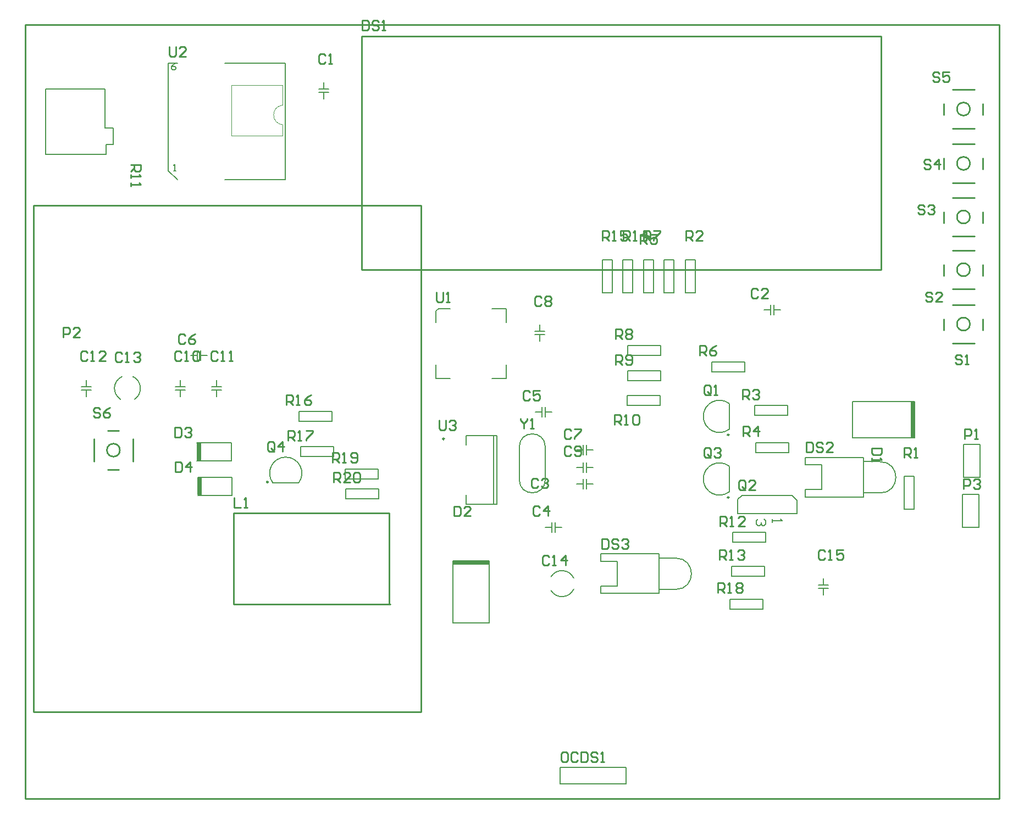
<source format=gto>
%FSLAX25Y25*%
%MOIN*%
G70*
G01*
G75*
%ADD10R,0.00906X0.07874*%
%ADD11R,0.07874X0.00906*%
%ADD12O,0.00906X0.07874*%
%ADD13C,0.01000*%
%ADD14C,0.01575*%
%ADD15C,0.03937*%
%ADD16C,0.02362*%
%ADD17C,0.01969*%
%ADD18C,0.07087*%
%ADD19C,0.06400*%
%ADD20C,0.06693*%
%ADD21R,0.06693X0.06693*%
%ADD22C,0.11811*%
%ADD23C,0.07087*%
%ADD24R,0.07087X0.07087*%
%ADD25C,0.05906*%
%ADD26R,0.05906X0.05906*%
%ADD27O,0.06299X0.08661*%
%ADD28C,0.09843*%
%ADD29R,0.05906X0.05906*%
%ADD30C,0.05315*%
%ADD31R,0.05315X0.05315*%
%ADD32R,0.11024X0.11024*%
%ADD33C,0.11024*%
%ADD34C,0.07000*%
%ADD35O,0.07874X0.03937*%
%ADD36O,0.07874X0.03937*%
%ADD37R,0.05315X0.05315*%
%ADD38O,0.03937X0.07874*%
%ADD39O,0.03937X0.07874*%
%ADD40C,0.07874*%
%ADD41R,0.07874X0.07874*%
%ADD42R,0.11024X0.11024*%
%ADD43C,0.05000*%
%ADD44C,0.12992*%
%ADD45C,0.02953*%
%ADD46C,0.00984*%
%ADD47C,0.00600*%
%ADD48C,0.00394*%
%ADD49C,0.00787*%
%ADD50C,0.00500*%
%ADD51C,0.00591*%
%ADD52R,0.22047X0.03150*%
%ADD53R,0.03150X0.11024*%
%ADD54R,0.03150X0.22047*%
D13*
X220937Y322000D02*
G03*
X220937Y322000I-3937J0D01*
G01*
X736437Y431500D02*
G03*
X736437Y431500I-3937J0D01*
G01*
Y463500D02*
G03*
X736437Y463500I-3937J0D01*
G01*
Y496000D02*
G03*
X736437Y496000I-3937J0D01*
G01*
Y529000D02*
G03*
X736437Y529000I-3937J0D01*
G01*
Y398500D02*
G03*
X736437Y398500I-3937J0D01*
G01*
X213457Y310189D02*
X220150D01*
X213457Y333811D02*
X220150D01*
X228811Y315307D02*
Y328693D01*
X205189Y315307D02*
Y328693D01*
X403445Y163035D02*
Y470358D01*
X168445Y163035D02*
X403445D01*
X168445Y470358D02*
X403445D01*
X168445Y163035D02*
Y470358D01*
X367500Y431500D02*
Y573232D01*
X682461D01*
Y431500D02*
Y573232D01*
X367500Y431500D02*
X682461D01*
X289756Y228658D02*
Y283776D01*
X384244Y228658D02*
Y283776D01*
X289756Y228658D02*
X384842D01*
X289756Y283776D02*
X384244D01*
X744311Y427957D02*
Y434650D01*
X720689Y427957D02*
Y434650D01*
X725807Y443311D02*
X739193D01*
X725807Y419689D02*
X739193D01*
X744311Y459957D02*
Y466650D01*
X720689Y459957D02*
Y466650D01*
X725807Y475311D02*
X739193D01*
X725807Y451689D02*
X739193D01*
X744311Y492457D02*
Y499150D01*
X720689Y492457D02*
Y499150D01*
X725807Y507811D02*
X739193D01*
X725807Y484189D02*
X739193D01*
X744311Y525457D02*
Y532150D01*
X720689Y525457D02*
Y532150D01*
X725807Y540811D02*
X739193D01*
X725807Y517189D02*
X739193D01*
X163500Y110500D02*
X754051D01*
X163500D02*
Y580012D01*
X753831D01*
X754110Y110500D02*
Y580012D01*
X744311Y394957D02*
Y401650D01*
X720689Y394957D02*
Y401650D01*
X725807Y410311D02*
X739193D01*
X725807Y386689D02*
X739193D01*
X463800Y341198D02*
Y340198D01*
X465799Y338199D01*
X467799Y340198D01*
Y341198D01*
X465799Y338199D02*
Y335200D01*
X469798D02*
X471797D01*
X470798D01*
Y341198D01*
X469798Y340198D01*
X414400Y340298D02*
Y335300D01*
X415400Y334300D01*
X417399D01*
X418399Y335300D01*
Y340298D01*
X420398Y339298D02*
X421398Y340298D01*
X423397D01*
X424397Y339298D01*
Y338299D01*
X423397Y337299D01*
X422397D01*
X423397D01*
X424397Y336299D01*
Y335300D01*
X423397Y334300D01*
X421398D01*
X420398Y335300D01*
X251000Y566698D02*
Y561700D01*
X252000Y560700D01*
X253999D01*
X254999Y561700D01*
Y566698D01*
X260997Y560700D02*
X256998D01*
X260997Y564699D01*
Y565698D01*
X259997Y566698D01*
X257998D01*
X256998Y565698D01*
X412750Y417748D02*
Y412750D01*
X413750Y411750D01*
X415749D01*
X416749Y412750D01*
Y417748D01*
X418748Y411750D02*
X420747D01*
X419748D01*
Y417748D01*
X418748Y416748D01*
X208999Y346898D02*
X207999Y347898D01*
X206000D01*
X205000Y346898D01*
Y345899D01*
X206000Y344899D01*
X207999D01*
X208999Y343899D01*
Y342900D01*
X207999Y341900D01*
X206000D01*
X205000Y342900D01*
X214997Y347898D02*
X212997Y346898D01*
X210998Y344899D01*
Y342900D01*
X211998Y341900D01*
X213997D01*
X214997Y342900D01*
Y343899D01*
X213997Y344899D01*
X210998D01*
X717999Y550498D02*
X716999Y551498D01*
X715000D01*
X714000Y550498D01*
Y549499D01*
X715000Y548499D01*
X716999D01*
X717999Y547499D01*
Y546500D01*
X716999Y545500D01*
X715000D01*
X714000Y546500D01*
X723997Y551498D02*
X719998D01*
Y548499D01*
X721997Y549499D01*
X722997D01*
X723997Y548499D01*
Y546500D01*
X722997Y545500D01*
X720998D01*
X719998Y546500D01*
X712499Y497498D02*
X711499Y498498D01*
X709500D01*
X708500Y497498D01*
Y496499D01*
X709500Y495499D01*
X711499D01*
X712499Y494499D01*
Y493500D01*
X711499Y492500D01*
X709500D01*
X708500Y493500D01*
X717497Y492500D02*
Y498498D01*
X714498Y495499D01*
X718497D01*
X708999Y469998D02*
X707999Y470998D01*
X706000D01*
X705000Y469998D01*
Y468999D01*
X706000Y467999D01*
X707999D01*
X708999Y466999D01*
Y466000D01*
X707999Y465000D01*
X706000D01*
X705000Y466000D01*
X710998Y469998D02*
X711998Y470998D01*
X713997D01*
X714997Y469998D01*
Y468999D01*
X713997Y467999D01*
X712997D01*
X713997D01*
X714997Y466999D01*
Y466000D01*
X713997Y465000D01*
X711998D01*
X710998Y466000D01*
X713499Y416998D02*
X712499Y417998D01*
X710500D01*
X709500Y416998D01*
Y415999D01*
X710500Y414999D01*
X712499D01*
X713499Y413999D01*
Y413000D01*
X712499Y412000D01*
X710500D01*
X709500Y413000D01*
X719497Y412000D02*
X715498D01*
X719497Y415999D01*
Y416998D01*
X718497Y417998D01*
X716498D01*
X715498Y416998D01*
X731499Y378998D02*
X730499Y379998D01*
X728500D01*
X727500Y378998D01*
Y377999D01*
X728500Y376999D01*
X730499D01*
X731499Y375999D01*
Y375000D01*
X730499Y374000D01*
X728500D01*
X727500Y375000D01*
X733498Y374000D02*
X735497D01*
X734498D01*
Y379998D01*
X733498Y378998D01*
X350400Y302400D02*
Y308398D01*
X353399D01*
X354399Y307398D01*
Y305399D01*
X353399Y304399D01*
X350400D01*
X352399D02*
X354399Y302400D01*
X360397D02*
X356398D01*
X360397Y306399D01*
Y307398D01*
X359397Y308398D01*
X357398D01*
X356398Y307398D01*
X362396D02*
X363396Y308398D01*
X365395D01*
X366395Y307398D01*
Y303400D01*
X365395Y302400D01*
X363396D01*
X362396Y303400D01*
Y307398D01*
X349900Y314400D02*
Y320398D01*
X352899D01*
X353899Y319398D01*
Y317399D01*
X352899Y316399D01*
X349900D01*
X351899D02*
X353899Y314400D01*
X355898D02*
X357897D01*
X356898D01*
Y320398D01*
X355898Y319398D01*
X360896Y315400D02*
X361896Y314400D01*
X363896D01*
X364895Y315400D01*
Y319398D01*
X363896Y320398D01*
X361896D01*
X360896Y319398D01*
Y318399D01*
X361896Y317399D01*
X364895D01*
X583400Y235400D02*
Y241398D01*
X586399D01*
X587399Y240398D01*
Y238399D01*
X586399Y237399D01*
X583400D01*
X585399D02*
X587399Y235400D01*
X589398D02*
X591397D01*
X590398D01*
Y241398D01*
X589398Y240398D01*
X594396D02*
X595396Y241398D01*
X597396D01*
X598395Y240398D01*
Y239399D01*
X597396Y238399D01*
X598395Y237399D01*
Y236400D01*
X597396Y235400D01*
X595396D01*
X594396Y236400D01*
Y237399D01*
X595396Y238399D01*
X594396Y239399D01*
Y240398D01*
X595396Y238399D02*
X597396D01*
X322900Y327900D02*
Y333898D01*
X325899D01*
X326899Y332898D01*
Y330899D01*
X325899Y329899D01*
X322900D01*
X324899D02*
X326899Y327900D01*
X328898D02*
X330897D01*
X329898D01*
Y333898D01*
X328898Y332898D01*
X333896Y333898D02*
X337895D01*
Y332898D01*
X333896Y328900D01*
Y327900D01*
X321900Y349400D02*
Y355398D01*
X324899D01*
X325899Y354398D01*
Y352399D01*
X324899Y351399D01*
X321900D01*
X323899D02*
X325899Y349400D01*
X327898D02*
X329897D01*
X328898D01*
Y355398D01*
X327898Y354398D01*
X336895Y355398D02*
X334896Y354398D01*
X332896Y352399D01*
Y350400D01*
X333896Y349400D01*
X335895D01*
X336895Y350400D01*
Y351399D01*
X335895Y352399D01*
X332896D01*
X513600Y449100D02*
Y455098D01*
X516599D01*
X517599Y454098D01*
Y452099D01*
X516599Y451099D01*
X513600D01*
X515599D02*
X517599Y449100D01*
X519598D02*
X521597D01*
X520598D01*
Y455098D01*
X519598Y454098D01*
X528595Y455098D02*
X524596D01*
Y452099D01*
X526596Y453099D01*
X527596D01*
X528595Y452099D01*
Y450100D01*
X527596Y449100D01*
X525596D01*
X524596Y450100D01*
X526100Y449100D02*
Y455098D01*
X529099D01*
X530099Y454098D01*
Y452099D01*
X529099Y451099D01*
X526100D01*
X528099D02*
X530099Y449100D01*
X532098D02*
X534097D01*
X533098D01*
Y455098D01*
X532098Y454098D01*
X540096Y449100D02*
Y455098D01*
X537096Y452099D01*
X541095D01*
X584400Y255400D02*
Y261398D01*
X587399D01*
X588399Y260398D01*
Y258399D01*
X587399Y257399D01*
X584400D01*
X586399D02*
X588399Y255400D01*
X590398D02*
X592397D01*
X591398D01*
Y261398D01*
X590398Y260398D01*
X595396D02*
X596396Y261398D01*
X598395D01*
X599395Y260398D01*
Y259399D01*
X598395Y258399D01*
X597396D01*
X598395D01*
X599395Y257399D01*
Y256400D01*
X598395Y255400D01*
X596396D01*
X595396Y256400D01*
X584900Y275900D02*
Y281898D01*
X587899D01*
X588899Y280898D01*
Y278899D01*
X587899Y277899D01*
X584900D01*
X586899D02*
X588899Y275900D01*
X590898D02*
X592897D01*
X591898D01*
Y281898D01*
X590898Y280898D01*
X599895Y275900D02*
X595896D01*
X599895Y279899D01*
Y280898D01*
X598896Y281898D01*
X596896D01*
X595896Y280898D01*
X227500Y495000D02*
X233498D01*
Y492001D01*
X232498Y491001D01*
X230499D01*
X229499Y492001D01*
Y495000D01*
Y493001D02*
X227500Y491001D01*
Y489002D02*
Y487003D01*
Y488002D01*
X233498D01*
X232498Y489002D01*
X227500Y484004D02*
Y482004D01*
Y483004D01*
X233498D01*
X232498Y484004D01*
X521000Y337500D02*
Y343498D01*
X523999D01*
X524999Y342498D01*
Y340499D01*
X523999Y339499D01*
X521000D01*
X522999D02*
X524999Y337500D01*
X526998D02*
X528997D01*
X527998D01*
Y343498D01*
X526998Y342498D01*
X531996D02*
X532996Y343498D01*
X534996D01*
X535995Y342498D01*
Y338500D01*
X534996Y337500D01*
X532996D01*
X531996Y338500D01*
Y342498D01*
X521400Y373900D02*
Y379898D01*
X524399D01*
X525399Y378898D01*
Y376899D01*
X524399Y375899D01*
X521400D01*
X523399D02*
X525399Y373900D01*
X527398Y374900D02*
X528398Y373900D01*
X530397D01*
X531397Y374900D01*
Y378898D01*
X530397Y379898D01*
X528398D01*
X527398Y378898D01*
Y377899D01*
X528398Y376899D01*
X531397D01*
X521400Y389400D02*
Y395398D01*
X524399D01*
X525399Y394398D01*
Y392399D01*
X524399Y391399D01*
X521400D01*
X523399D02*
X525399Y389400D01*
X527398Y394398D02*
X528398Y395398D01*
X530397D01*
X531397Y394398D01*
Y393399D01*
X530397Y392399D01*
X531397Y391399D01*
Y390400D01*
X530397Y389400D01*
X528398D01*
X527398Y390400D01*
Y391399D01*
X528398Y392399D01*
X527398Y393399D01*
Y394398D01*
X528398Y392399D02*
X530397D01*
X538600Y449100D02*
Y455098D01*
X541599D01*
X542599Y454098D01*
Y452099D01*
X541599Y451099D01*
X538600D01*
X540599D02*
X542599Y449100D01*
X544598Y455098D02*
X548597D01*
Y454098D01*
X544598Y450100D01*
Y449100D01*
X572400Y379400D02*
Y385398D01*
X575399D01*
X576399Y384398D01*
Y382399D01*
X575399Y381399D01*
X572400D01*
X574399D02*
X576399Y379400D01*
X582397Y385398D02*
X580397Y384398D01*
X578398Y382399D01*
Y380400D01*
X579398Y379400D01*
X581397D01*
X582397Y380400D01*
Y381399D01*
X581397Y382399D01*
X578398D01*
X536500Y447000D02*
Y452998D01*
X539499D01*
X540499Y451998D01*
Y449999D01*
X539499Y448999D01*
X536500D01*
X538499D02*
X540499Y447000D01*
X546497Y452998D02*
X542498D01*
Y449999D01*
X544497Y450999D01*
X545497D01*
X546497Y449999D01*
Y448000D01*
X545497Y447000D01*
X543498D01*
X542498Y448000D01*
X598900Y330400D02*
Y336398D01*
X601899D01*
X602899Y335398D01*
Y333399D01*
X601899Y332399D01*
X598900D01*
X600899D02*
X602899Y330400D01*
X607897D02*
Y336398D01*
X604898Y333399D01*
X608897D01*
X598400Y352900D02*
Y358898D01*
X601399D01*
X602399Y357898D01*
Y355899D01*
X601399Y354899D01*
X598400D01*
X600399D02*
X602399Y352900D01*
X604398Y357898D02*
X605398Y358898D01*
X607397D01*
X608397Y357898D01*
Y356899D01*
X607397Y355899D01*
X606397D01*
X607397D01*
X608397Y354899D01*
Y353900D01*
X607397Y352900D01*
X605398D01*
X604398Y353900D01*
X564100Y449100D02*
Y455098D01*
X567099D01*
X568099Y454098D01*
Y452099D01*
X567099Y451099D01*
X564100D01*
X566099D02*
X568099Y449100D01*
X574097D02*
X570098D01*
X574097Y453099D01*
Y454098D01*
X573097Y455098D01*
X571098D01*
X570098Y454098D01*
X696600Y317600D02*
Y323598D01*
X699599D01*
X700599Y322598D01*
Y320599D01*
X699599Y319599D01*
X696600D01*
X698599D02*
X700599Y317600D01*
X702598D02*
X704597D01*
X703598D01*
Y323598D01*
X702598Y322598D01*
X314399Y322200D02*
Y326198D01*
X313399Y327198D01*
X311400D01*
X310400Y326198D01*
Y322200D01*
X311400Y321200D01*
X313399D01*
X312399Y323199D02*
X314399Y321200D01*
X313399D02*
X314399Y322200D01*
X319397Y321200D02*
Y327198D01*
X316398Y324199D01*
X320397D01*
X579349Y318650D02*
Y322648D01*
X578349Y323648D01*
X576350D01*
X575350Y322648D01*
Y318650D01*
X576350Y317650D01*
X578349D01*
X577349Y319649D02*
X579349Y317650D01*
X578349D02*
X579349Y318650D01*
X581348Y322648D02*
X582348Y323648D01*
X584347D01*
X585347Y322648D01*
Y321649D01*
X584347Y320649D01*
X583347D01*
X584347D01*
X585347Y319649D01*
Y318650D01*
X584347Y317650D01*
X582348D01*
X581348Y318650D01*
X600099Y298900D02*
Y302898D01*
X599099Y303898D01*
X597100D01*
X596100Y302898D01*
Y298900D01*
X597100Y297900D01*
X599099D01*
X598099Y299899D02*
X600099Y297900D01*
X599099D02*
X600099Y298900D01*
X606097Y297900D02*
X602098D01*
X606097Y301899D01*
Y302898D01*
X605097Y303898D01*
X603098D01*
X602098Y302898D01*
X579349Y356650D02*
Y360648D01*
X578349Y361648D01*
X576350D01*
X575350Y360648D01*
Y356650D01*
X576350Y355650D01*
X578349D01*
X577349Y357649D02*
X579349Y355650D01*
X578349D02*
X579349Y356650D01*
X581348Y355650D02*
X583347D01*
X582348D01*
Y361648D01*
X581348Y360648D01*
X732600Y298400D02*
Y304398D01*
X735599D01*
X736599Y303398D01*
Y301399D01*
X735599Y300399D01*
X732600D01*
X738598Y303398D02*
X739598Y304398D01*
X741597D01*
X742597Y303398D01*
Y302399D01*
X741597Y301399D01*
X740597D01*
X741597D01*
X742597Y300399D01*
Y299400D01*
X741597Y298400D01*
X739598D01*
X738598Y299400D01*
X186500Y390500D02*
Y396498D01*
X189499D01*
X190499Y395498D01*
Y393499D01*
X189499Y392499D01*
X186500D01*
X196497Y390500D02*
X192498D01*
X196497Y394499D01*
Y395498D01*
X195497Y396498D01*
X193498D01*
X192498Y395498D01*
X733100Y328900D02*
Y334898D01*
X736099D01*
X737099Y333898D01*
Y331899D01*
X736099Y330899D01*
X733100D01*
X739098Y328900D02*
X741097D01*
X740098D01*
Y334898D01*
X739098Y333898D01*
X491599Y138898D02*
X489600D01*
X488600Y137898D01*
Y133900D01*
X489600Y132900D01*
X491599D01*
X492599Y133900D01*
Y137898D01*
X491599Y138898D01*
X498597Y137898D02*
X497597Y138898D01*
X495598D01*
X494598Y137898D01*
Y133900D01*
X495598Y132900D01*
X497597D01*
X498597Y133900D01*
X500596Y138898D02*
Y132900D01*
X503595D01*
X504595Y133900D01*
Y137898D01*
X503595Y138898D01*
X500596D01*
X510593Y137898D02*
X509593Y138898D01*
X507594D01*
X506594Y137898D01*
Y136899D01*
X507594Y135899D01*
X509593D01*
X510593Y134899D01*
Y133900D01*
X509593Y132900D01*
X507594D01*
X506594Y133900D01*
X512592Y132900D02*
X514592D01*
X513592D01*
Y138898D01*
X512592Y137898D01*
X290300Y293298D02*
Y287300D01*
X294299D01*
X296298D02*
X298297D01*
X297298D01*
Y293298D01*
X296298Y292298D01*
X513300Y268198D02*
Y262200D01*
X516299D01*
X517299Y263200D01*
Y267198D01*
X516299Y268198D01*
X513300D01*
X523297Y267198D02*
X522297Y268198D01*
X520298D01*
X519298Y267198D01*
Y266199D01*
X520298Y265199D01*
X522297D01*
X523297Y264199D01*
Y263200D01*
X522297Y262200D01*
X520298D01*
X519298Y263200D01*
X525296Y267198D02*
X526296Y268198D01*
X528295D01*
X529295Y267198D01*
Y266199D01*
X528295Y265199D01*
X527295D01*
X528295D01*
X529295Y264199D01*
Y263200D01*
X528295Y262200D01*
X526296D01*
X525296Y263200D01*
X637300Y326698D02*
Y320700D01*
X640299D01*
X641299Y321700D01*
Y325698D01*
X640299Y326698D01*
X637300D01*
X647297Y325698D02*
X646297Y326698D01*
X644298D01*
X643298Y325698D01*
Y324699D01*
X644298Y323699D01*
X646297D01*
X647297Y322699D01*
Y321700D01*
X646297Y320700D01*
X644298D01*
X643298Y321700D01*
X653295Y320700D02*
X649296D01*
X653295Y324699D01*
Y325698D01*
X652295Y326698D01*
X650296D01*
X649296Y325698D01*
X368000Y582798D02*
Y576800D01*
X370999D01*
X371999Y577800D01*
Y581798D01*
X370999Y582798D01*
X368000D01*
X377997Y581798D02*
X376997Y582798D01*
X374998D01*
X373998Y581798D01*
Y580799D01*
X374998Y579799D01*
X376997D01*
X377997Y578799D01*
Y577800D01*
X376997Y576800D01*
X374998D01*
X373998Y577800D01*
X379996Y576800D02*
X381996D01*
X380996D01*
Y582798D01*
X379996Y581798D01*
X254600Y314898D02*
Y308900D01*
X257599D01*
X258599Y309900D01*
Y313898D01*
X257599Y314898D01*
X254600D01*
X263597Y308900D02*
Y314898D01*
X260598Y311899D01*
X264597D01*
X254100Y335898D02*
Y329900D01*
X257099D01*
X258099Y330900D01*
Y334898D01*
X257099Y335898D01*
X254100D01*
X260098Y334898D02*
X261098Y335898D01*
X263097D01*
X264097Y334898D01*
Y333899D01*
X263097Y332899D01*
X262097D01*
X263097D01*
X264097Y331899D01*
Y330900D01*
X263097Y329900D01*
X261098D01*
X260098Y330900D01*
X423600Y287998D02*
Y282000D01*
X426599D01*
X427599Y283000D01*
Y286998D01*
X426599Y287998D01*
X423600D01*
X433597Y282000D02*
X429598D01*
X433597Y285999D01*
Y286998D01*
X432597Y287998D01*
X430598D01*
X429598Y286998D01*
X682998Y323000D02*
X677000D01*
Y320001D01*
X678000Y319001D01*
X681998D01*
X682998Y320001D01*
Y323000D01*
X677000Y317002D02*
Y315003D01*
Y316002D01*
X682998D01*
X681998Y317002D01*
X648399Y260598D02*
X647399Y261598D01*
X645400D01*
X644400Y260598D01*
Y256600D01*
X645400Y255600D01*
X647399D01*
X648399Y256600D01*
X650398Y255600D02*
X652397D01*
X651398D01*
Y261598D01*
X650398Y260598D01*
X659395Y261598D02*
X655396D01*
Y258599D01*
X657396Y259599D01*
X658395D01*
X659395Y258599D01*
Y256600D01*
X658395Y255600D01*
X656396D01*
X655396Y256600D01*
X481049Y257248D02*
X480049Y258248D01*
X478050D01*
X477050Y257248D01*
Y253250D01*
X478050Y252250D01*
X480049D01*
X481049Y253250D01*
X483048Y252250D02*
X485047D01*
X484048D01*
Y258248D01*
X483048Y257248D01*
X491046Y252250D02*
Y258248D01*
X488046Y255249D01*
X492045D01*
X222199Y380398D02*
X221199Y381398D01*
X219200D01*
X218200Y380398D01*
Y376400D01*
X219200Y375400D01*
X221199D01*
X222199Y376400D01*
X224198Y375400D02*
X226197D01*
X225198D01*
Y381398D01*
X224198Y380398D01*
X229196D02*
X230196Y381398D01*
X232195D01*
X233195Y380398D01*
Y379399D01*
X232195Y378399D01*
X231196D01*
X232195D01*
X233195Y377399D01*
Y376400D01*
X232195Y375400D01*
X230196D01*
X229196Y376400D01*
X201349Y381148D02*
X200349Y382148D01*
X198350D01*
X197350Y381148D01*
Y377150D01*
X198350Y376150D01*
X200349D01*
X201349Y377150D01*
X203348Y376150D02*
X205347D01*
X204348D01*
Y382148D01*
X203348Y381148D01*
X212345Y376150D02*
X208346D01*
X212345Y380149D01*
Y381148D01*
X211346Y382148D01*
X209346D01*
X208346Y381148D01*
X280349D02*
X279349Y382148D01*
X277350D01*
X276350Y381148D01*
Y377150D01*
X277350Y376150D01*
X279349D01*
X280349Y377150D01*
X282348Y376150D02*
X284347D01*
X283348D01*
Y382148D01*
X282348Y381148D01*
X287346Y376150D02*
X289346D01*
X288346D01*
Y382148D01*
X287346Y381148D01*
X258349D02*
X257349Y382148D01*
X255350D01*
X254350Y381148D01*
Y377150D01*
X255350Y376150D01*
X257349D01*
X258349Y377150D01*
X260348Y376150D02*
X262347D01*
X261348D01*
Y382148D01*
X260348Y381148D01*
X265346D02*
X266346Y382148D01*
X268345D01*
X269345Y381148D01*
Y377150D01*
X268345Y376150D01*
X266346D01*
X265346Y377150D01*
Y381148D01*
X494399Y323398D02*
X493399Y324398D01*
X491400D01*
X490400Y323398D01*
Y319400D01*
X491400Y318400D01*
X493399D01*
X494399Y319400D01*
X496398D02*
X497398Y318400D01*
X499397D01*
X500397Y319400D01*
Y323398D01*
X499397Y324398D01*
X497398D01*
X496398Y323398D01*
Y322399D01*
X497398Y321399D01*
X500397D01*
X476599Y414598D02*
X475599Y415598D01*
X473600D01*
X472600Y414598D01*
Y410600D01*
X473600Y409600D01*
X475599D01*
X476599Y410600D01*
X478598Y414598D02*
X479598Y415598D01*
X481597D01*
X482597Y414598D01*
Y413599D01*
X481597Y412599D01*
X482597Y411599D01*
Y410600D01*
X481597Y409600D01*
X479598D01*
X478598Y410600D01*
Y411599D01*
X479598Y412599D01*
X478598Y413599D01*
Y414598D01*
X479598Y412599D02*
X481597D01*
X494399Y333898D02*
X493399Y334898D01*
X491400D01*
X490400Y333898D01*
Y329900D01*
X491400Y328900D01*
X493399D01*
X494399Y329900D01*
X496398Y334898D02*
X500397D01*
Y333898D01*
X496398Y329900D01*
Y328900D01*
X260399Y391598D02*
X259399Y392598D01*
X257400D01*
X256400Y391598D01*
Y387600D01*
X257400Y386600D01*
X259399D01*
X260399Y387600D01*
X266397Y392598D02*
X264397Y391598D01*
X262398Y389599D01*
Y387600D01*
X263398Y386600D01*
X265397D01*
X266397Y387600D01*
Y388599D01*
X265397Y389599D01*
X262398D01*
X469399Y357098D02*
X468399Y358098D01*
X466400D01*
X465400Y357098D01*
Y353100D01*
X466400Y352100D01*
X468399D01*
X469399Y353100D01*
X475397Y358098D02*
X471398D01*
Y355099D01*
X473397Y356099D01*
X474397D01*
X475397Y355099D01*
Y353100D01*
X474397Y352100D01*
X472398D01*
X471398Y353100D01*
X475399Y287098D02*
X474399Y288098D01*
X472400D01*
X471400Y287098D01*
Y283100D01*
X472400Y282100D01*
X474399D01*
X475399Y283100D01*
X480397Y282100D02*
Y288098D01*
X477398Y285099D01*
X481397D01*
X474499Y303998D02*
X473499Y304998D01*
X471500D01*
X470500Y303998D01*
Y300000D01*
X471500Y299000D01*
X473499D01*
X474499Y300000D01*
X476498Y303998D02*
X477498Y304998D01*
X479497D01*
X480497Y303998D01*
Y302999D01*
X479497Y301999D01*
X478497D01*
X479497D01*
X480497Y300999D01*
Y300000D01*
X479497Y299000D01*
X477498D01*
X476498Y300000D01*
X607899Y419098D02*
X606899Y420098D01*
X604900D01*
X603900Y419098D01*
Y415100D01*
X604900Y414100D01*
X606899D01*
X607899Y415100D01*
X613897Y414100D02*
X609898D01*
X613897Y418099D01*
Y419098D01*
X612897Y420098D01*
X610898D01*
X609898Y419098D01*
X345399Y561598D02*
X344399Y562598D01*
X342400D01*
X341400Y561598D01*
Y557600D01*
X342400Y556600D01*
X344399D01*
X345399Y557600D01*
X347398Y556600D02*
X349397D01*
X348398D01*
Y562598D01*
X347398Y561598D01*
D46*
X417618Y328898D02*
G03*
X417618Y328898I-492J0D01*
G01*
X590307Y331358D02*
G03*
X590307Y331358I-492J0D01*
G01*
Y293358D02*
G03*
X590307Y293358I-492J0D01*
G01*
X310850Y302685D02*
G03*
X310850Y302685I-492J0D01*
G01*
D47*
X463126Y304000D02*
G03*
X478874Y304000I7874J0D01*
G01*
Y324000D02*
G03*
X463126Y324000I-7874J0D01*
G01*
X478874Y304000D02*
Y324000D01*
X463126Y304000D02*
Y324000D01*
D48*
X319650Y531343D02*
G03*
X319644Y519464I468J-5939D01*
G01*
X319650Y531343D02*
Y543547D01*
Y512839D02*
Y519531D01*
X288547Y512839D02*
X319650D01*
X288547D02*
Y543547D01*
X319650D01*
D49*
X496161Y244274D02*
G03*
X482360Y245232I-7161J-3274D01*
G01*
Y236768D02*
G03*
X496161Y237726I6640J4232D01*
G01*
X590406Y350295D02*
G03*
X590406Y334705I-5906J-7795D01*
G01*
X222226Y366661D02*
G03*
X221268Y352860I3274J-7161D01*
G01*
X229732D02*
G03*
X228774Y366661I-4232J6640D01*
G01*
X590406Y312295D02*
G03*
X590406Y296705I-5906J-7795D01*
G01*
X329295Y302095D02*
G03*
X313705Y302095I-7795J5906D01*
G01*
X696500Y286000D02*
X699500D01*
X696500D02*
Y306000D01*
X702500D01*
Y286000D02*
Y306000D01*
X699500Y286000D02*
X702500D01*
X447559Y289134D02*
Y330866D01*
X431024Y289134D02*
Y294827D01*
Y325173D02*
Y330866D01*
Y289134D02*
X449528D01*
X431024Y330866D02*
X449528D01*
Y289134D02*
Y330866D01*
X412551Y406370D02*
X414126Y407945D01*
X421095D01*
X446527D02*
X455071D01*
Y399401D02*
Y407945D01*
Y365425D02*
Y373969D01*
X446527Y365425D02*
X455071D01*
X412551D02*
X421095D01*
X412551D02*
Y373969D01*
Y399401D02*
Y406370D01*
X580000Y372500D02*
Y375500D01*
X600000D01*
Y369500D02*
Y375500D01*
X580000Y369500D02*
X600000D01*
X580000D02*
Y372500D01*
X528000Y119500D02*
Y129500D01*
X488000Y119500D02*
X528000D01*
X488000Y129500D02*
X528000D01*
X488000Y119500D02*
Y129500D01*
X321224Y486067D02*
Y556933D01*
X284610D02*
X321224D01*
X250358D02*
X255870D01*
X284610Y486067D02*
X321224D01*
X250358Y491579D02*
Y556933D01*
Y491579D02*
X255870Y486067D01*
X732500Y325500D02*
X742500D01*
Y305500D02*
Y325500D01*
X732500Y305500D02*
X742500D01*
X732500D02*
Y325500D01*
X732000Y295000D02*
X742000D01*
Y275000D02*
Y295000D01*
X732000Y275000D02*
X742000D01*
X732000D02*
Y295000D01*
X422976Y217102D02*
X445024D01*
X422976D02*
Y254898D01*
X445024Y217102D02*
Y254898D01*
X626500Y320500D02*
Y323500D01*
X606500Y320500D02*
X626500D01*
X606500D02*
Y326500D01*
X626500D01*
Y323500D02*
Y326500D01*
X626000Y343000D02*
Y346000D01*
X606000Y343000D02*
X626000D01*
X606000D02*
Y349000D01*
X626000D01*
Y346000D02*
Y349000D01*
X590406Y334705D02*
Y350295D01*
X591000Y228500D02*
Y231500D01*
X611000D01*
Y225500D02*
Y231500D01*
X591000Y225500D02*
X611000D01*
X591000D02*
Y228500D01*
X329500Y342500D02*
Y345500D01*
X349500D01*
Y339500D02*
Y345500D01*
X329500Y339500D02*
X349500D01*
X329500D02*
Y342500D01*
X549000Y364000D02*
Y367000D01*
X529000Y364000D02*
X549000D01*
X529000D02*
Y370000D01*
X549000D01*
Y367000D02*
Y370000D01*
X529000Y382500D02*
Y385500D01*
X549000D01*
Y379500D02*
Y385500D01*
X529000Y379500D02*
X549000D01*
X529000D02*
Y382500D01*
X595500Y292000D02*
X598051Y294551D01*
X628449D02*
X631500Y291500D01*
Y283449D02*
Y291500D01*
X595500Y283449D02*
Y292000D01*
X598051Y294551D02*
X628449D01*
X595500Y283449D02*
X631500D01*
X350500Y318000D02*
Y321000D01*
X330500Y318000D02*
X350500D01*
X330500D02*
Y324000D01*
X350500D01*
Y321000D02*
Y324000D01*
X590406Y296705D02*
Y312295D01*
X592000Y248500D02*
Y251500D01*
X612000D01*
Y245500D02*
Y251500D01*
X592000Y245500D02*
X612000D01*
X592000D02*
Y248500D01*
X592500Y269000D02*
Y272000D01*
X612500D01*
Y266000D02*
Y272000D01*
X592500Y266000D02*
X612500D01*
X592500D02*
Y269000D01*
X288433Y315488D02*
Y326512D01*
X267567Y315488D02*
X288433D01*
X267567Y326512D02*
X288433D01*
X313705Y302095D02*
X329295D01*
X567000Y437500D02*
X570000D01*
Y417500D02*
Y437500D01*
X564000Y417500D02*
X570000D01*
X564000D02*
Y437500D01*
X567000D01*
X357500Y307500D02*
Y310500D01*
X377500D01*
Y304500D02*
Y310500D01*
X357500Y304500D02*
X377500D01*
X357500D02*
Y307500D01*
X358000Y295500D02*
Y298500D01*
X378000D01*
Y292500D02*
Y298500D01*
X358000Y292500D02*
X378000D01*
X358000D02*
Y295500D01*
X288933Y294488D02*
Y305512D01*
X268067Y294488D02*
X288933D01*
X268067Y305512D02*
X288933D01*
X538500Y417500D02*
X541500D01*
X538500D02*
Y437500D01*
X544500D01*
Y417500D02*
Y437500D01*
X541500Y417500D02*
X544500D01*
X526000D02*
X529000D01*
X526000D02*
Y437500D01*
X532000D01*
Y417500D02*
Y437500D01*
X529000Y417500D02*
X532000D01*
X513500D02*
X516500D01*
X513500D02*
Y437500D01*
X519500D01*
Y417500D02*
Y437500D01*
X516500Y417500D02*
X519500D01*
X176000Y541000D02*
X212000D01*
Y517500D02*
Y541000D01*
Y517500D02*
X217000D01*
Y507500D02*
Y517500D01*
X212500Y507500D02*
X217000D01*
X212500Y501500D02*
Y507500D01*
X176000Y501500D02*
X212500D01*
X176000D02*
Y541000D01*
X528500Y352000D02*
Y355000D01*
X548500D01*
Y349000D02*
Y355000D01*
X528500Y349000D02*
X548500D01*
X528500D02*
Y352000D01*
X665102Y329476D02*
Y351524D01*
X702898D01*
X665102Y329476D02*
X702898D01*
X551000Y417500D02*
X554000D01*
X551000D02*
Y437500D01*
X557000D01*
Y417500D02*
Y437500D01*
X554000Y417500D02*
X557000D01*
X253508Y491579D02*
X254820D01*
X254164D01*
Y495514D01*
X253508Y494859D01*
X254951Y556932D02*
X253639Y556276D01*
X252327Y554964D01*
Y553652D01*
X252983Y552996D01*
X254295D01*
X254951Y553652D01*
Y554308D01*
X254295Y554964D01*
X252327D01*
D50*
X682000Y296000D02*
G03*
X682000Y315000I0J9500D01*
G01*
X558000Y237500D02*
G03*
X558000Y256500I0J9500D01*
G01*
X341500Y539000D02*
X347500D01*
X344500Y541000D02*
Y545000D01*
Y535000D02*
Y539000D01*
X341500Y541000D02*
X347500D01*
X483000Y272000D02*
Y278000D01*
X485000Y275000D02*
X489000D01*
X479000D02*
X483000D01*
X485000Y272000D02*
Y278000D01*
X615500Y404000D02*
Y410000D01*
X617500Y407000D02*
X621500D01*
X611500D02*
X615500D01*
X617500Y404000D02*
Y410000D01*
X477000Y342000D02*
Y348000D01*
X479000Y345000D02*
X483000D01*
X473000D02*
X477000D01*
X479000Y342000D02*
Y348000D01*
X504000Y308500D02*
Y314500D01*
X498000Y311500D02*
X502000D01*
X504000D02*
X508000D01*
X502000Y308500D02*
Y314500D01*
X268000Y376500D02*
Y382500D01*
X270000Y379500D02*
X274000D01*
X264000D02*
X268000D01*
X270000Y376500D02*
Y382500D01*
X504000Y319000D02*
Y325000D01*
X498000Y322000D02*
X502000D01*
X504000D02*
X508000D01*
X502000Y319000D02*
Y325000D01*
X472500Y394000D02*
X478500D01*
X475500Y388000D02*
Y392000D01*
Y394000D02*
Y398000D01*
X472500Y392000D02*
X478500D01*
X276500Y358500D02*
X282500D01*
X279500Y360500D02*
Y364500D01*
Y354500D02*
Y358500D01*
X276500Y360500D02*
X282500D01*
X254500Y358500D02*
X260500D01*
X257500Y360500D02*
Y364500D01*
Y354500D02*
Y358500D01*
X254500Y360500D02*
X260500D01*
X644500Y238000D02*
X650500D01*
X647500Y240000D02*
Y244000D01*
Y234000D02*
Y238000D01*
X644500Y240000D02*
X650500D01*
X636500Y293500D02*
X672000D01*
Y317500D01*
X636500D02*
X672000D01*
Y296000D02*
X682000D01*
X672000Y315000D02*
X682000D01*
X636500Y293500D02*
Y298000D01*
X646500D01*
Y313000D01*
X636500D02*
X646500D01*
X636500D02*
Y317500D01*
X197500Y358500D02*
X203500D01*
X200500Y360500D02*
Y364500D01*
Y354500D02*
Y358500D01*
X197500Y360500D02*
X203500D01*
X512500Y235000D02*
X548000D01*
Y259000D01*
X512500D02*
X548000D01*
Y237500D02*
X558000D01*
X548000Y256500D02*
X558000D01*
X512500Y235000D02*
Y239500D01*
X522500D01*
Y254500D01*
X512500D02*
X522500D01*
X512500D02*
Y259000D01*
X504000Y298500D02*
Y304500D01*
X498000Y301500D02*
X502000D01*
X504000D02*
X508000D01*
X502000Y298500D02*
Y304500D01*
D51*
X616685Y280043D02*
Y278075D01*
Y279059D01*
X622589D01*
X621605Y280043D01*
X611691D02*
X612675Y279059D01*
Y277092D01*
X611691Y276108D01*
X610707D01*
X609723Y277092D01*
Y278075D01*
Y277092D01*
X608740Y276108D01*
X607756D01*
X606772Y277092D01*
Y279059D01*
X607756Y280043D01*
D52*
X434000Y253716D02*
D03*
D53*
X268748Y321023D02*
D03*
X269244Y300059D02*
D03*
D54*
X701717Y340500D02*
D03*
M02*

</source>
